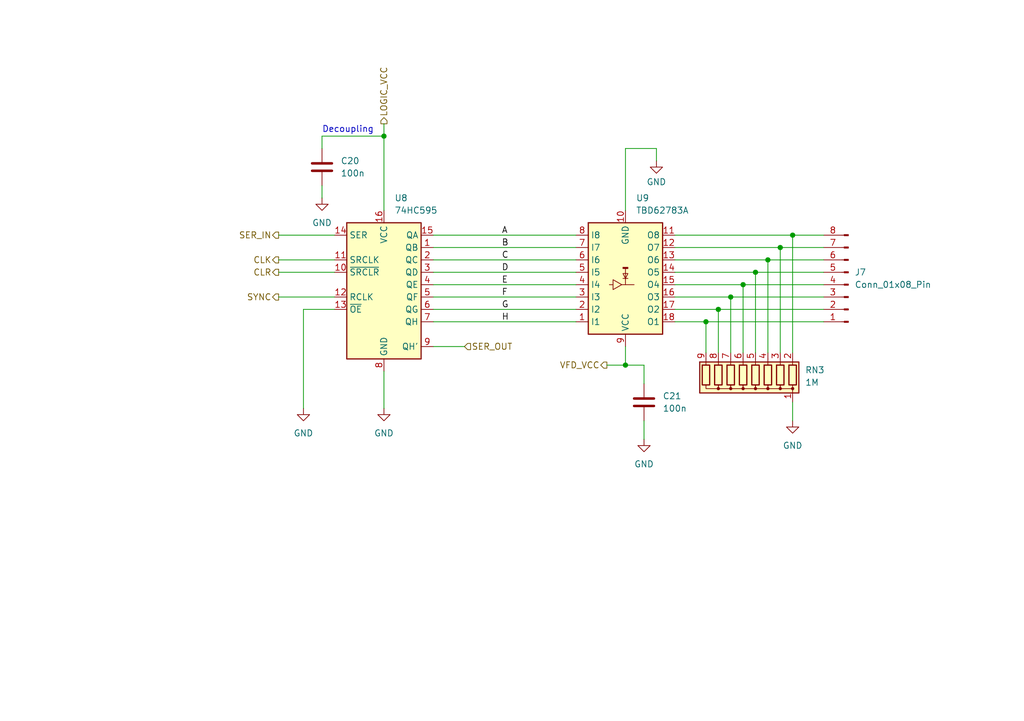
<source format=kicad_sch>
(kicad_sch (version 20250114) (generator "eeschema") (generator_version "9.0")
  (paper "A5")
  (title_block (title "8 Pin Driver") (date "2025-09-17") (rev "2") (company "ENEL200") (comment 1 "LWQ"))
  (lib_symbols
    (symbol "74xx:74HC595"
      (property "Reference" "U" (at -7.62 13.97 0))
      (property "Value" "74HC595" (at -7.62 -16.51 0))
      (symbol "74HC595_1_0"
        (pin input line (at -10.16 10.16 0) (length 2.54) (name "SER") (number "14"))
        (pin input line (at -10.16 5.08 0) (length 2.54) (name "SRCLK") (number "11"))
        (pin input line (at -10.16 2.54 0) (length 2.54) (name "~{SRCLR}") (number "10"))
        (pin input line (at -10.16 -2.54 0) (length 2.54) (name "RCLK") (number "12"))
        (pin input line (at -10.16 -5.08 0) (length 2.54) (name "~{OE}") (number "13"))
        (pin power_in line (at 0 15.24 270) (length 2.54) (name "VCC") (number "16"))
        (pin power_in line (at 0 -17.78 90) (length 2.54) (name "GND") (number "8"))
        (pin tri_state line (at 10.16 10.16 180) (length 2.54) (name "QA") (number "15"))
        (pin tri_state line (at 10.16 7.62 180) (length 2.54) (name "QB") (number "1"))
        (pin tri_state line (at 10.16 5.08 180) (length 2.54) (name "QC") (number "2"))
        (pin tri_state line (at 10.16 2.54 180) (length 2.54) (name "QD") (number "3"))
        (pin tri_state line (at 10.16 0 180) (length 2.54) (name "QE") (number "4"))
        (pin tri_state line (at 10.16 -2.54 180) (length 2.54) (name "QF") (number "5"))
        (pin tri_state line (at 10.16 -5.08 180) (length 2.54) (name "QG") (number "6"))
        (pin tri_state line (at 10.16 -7.62 180) (length 2.54) (name "QH") (number "7"))
        (pin output line (at 10.16 -12.7 180) (length 2.54) (name "QH'") (number "9"))
      )
      (symbol "74HC595_1_1"
        (rectangle (start -7.62 12.7) (end 7.62 -15.24) (stroke (width 0.254)) (fill (type background)))
      )
    )
    (symbol "Connector:Conn_01x08_Pin" (pin_names (offset 1.016) (hide yes))
      (property "Reference" "J" (at 0 10.16 0))
      (property "Value" "Conn_01x08_Pin" (at 0 -12.7 0))
      (symbol "Conn_01x08_Pin_1_1"
        (rectangle (start 0.8636 7.747) (end 0 7.493) (stroke (width 0.1524)) (fill (type outline)))
        (rectangle (start 0.8636 5.207) (end 0 4.953) (stroke (width 0.1524)) (fill (type outline)))
        (rectangle (start 0.8636 2.667) (end 0 2.413) (stroke (width 0.1524)) (fill (type outline)))
        (rectangle (start 0.8636 0.127) (end 0 -0.127) (stroke (width 0.1524)) (fill (type outline)))
        (rectangle (start 0.8636 -2.413) (end 0 -2.667) (stroke (width 0.1524)) (fill (type outline)))
        (rectangle (start 0.8636 -4.953) (end 0 -5.207) (stroke (width 0.1524)) (fill (type outline)))
        (rectangle (start 0.8636 -7.493) (end 0 -7.747) (stroke (width 0.1524)) (fill (type outline)))
        (rectangle (start 0.8636 -10.033) (end 0 -10.287) (stroke (width 0.1524)) (fill (type outline)))
        (polyline (pts (xy 1.27 7.62) (xy 0.8636 7.62)) (stroke (width 0.1524)))
        (polyline (pts (xy 1.27 5.08) (xy 0.8636 5.08)) (stroke (width 0.1524)))
        (polyline (pts (xy 1.27 2.54) (xy 0.8636 2.54)) (stroke (width 0.1524)))
        (polyline (pts (xy 1.27 0) (xy 0.8636 0)) (stroke (width 0.1524)))
        (polyline (pts (xy 1.27 -2.54) (xy 0.8636 -2.54)) (stroke (width 0.1524)))
        (polyline (pts (xy 1.27 -5.08) (xy 0.8636 -5.08)) (stroke (width 0.1524)))
        (polyline (pts (xy 1.27 -7.62) (xy 0.8636 -7.62)) (stroke (width 0.1524)))
        (polyline (pts (xy 1.27 -10.16) (xy 0.8636 -10.16)) (stroke (width 0.1524)))
        (pin passive line (at 5.08 7.62 180) (length 3.81) (name "Pin_1") (number "1"))
        (pin passive line (at 5.08 5.08 180) (length 3.81) (name "Pin_2") (number "2"))
        (pin passive line (at 5.08 2.54 180) (length 3.81) (name "Pin_3") (number "3"))
        (pin passive line (at 5.08 0 180) (length 3.81) (name "Pin_4") (number "4"))
        (pin passive line (at 5.08 -2.54 180) (length 3.81) (name "Pin_5") (number "5"))
        (pin passive line (at 5.08 -5.08 180) (length 3.81) (name "Pin_6") (number "6"))
        (pin passive line (at 5.08 -7.62 180) (length 3.81) (name "Pin_7") (number "7"))
        (pin passive line (at 5.08 -10.16 180) (length 3.81) (name "Pin_8") (number "8"))
      )
    )
    (symbol "Device:C" (pin_numbers (hide yes)) (pin_names (offset 0.254))
      (property "Reference" "C" (at 0.635 2.54 0))
      (property "Value" "C" (at 0.635 -2.54 0))
      (symbol "C_0_1"
        (polyline (pts (xy -2.032 0.762) (xy 2.032 0.762)) (stroke (width 0.508)))
        (polyline (pts (xy -2.032 -0.762) (xy 2.032 -0.762)) (stroke (width 0.508)))
      )
      (symbol "C_1_1"
        (pin passive line (at 0 3.81 270) (length 2.794) (name "~") (number "1"))
        (pin passive line (at 0 -3.81 90) (length 2.794) (name "~") (number "2"))
      )
    )
    (symbol "Device:R_Network08" (pin_names (offset 0) (hide yes))
      (property "Reference" "RN" (at -12.7 0 90))
      (property "Value" "R_Network08" (at 10.16 0 90))
      (symbol "R_Network08_0_1"
        (rectangle (start -11.43 -3.175) (end 8.89 3.175) (stroke (width 0.254)) (fill (type background)))
        (rectangle (start -10.922 1.524) (end -9.398 -2.54) (stroke (width 0.254)))
        (circle (center -10.16 2.286) (radius 0.254) (fill (type outline)))
        (polyline (pts (xy -10.16 1.524) (xy -10.16 2.286) (xy -7.62 2.286) (xy -7.62 1.524)))
        (polyline (pts (xy -10.16 -2.54) (xy -10.16 -3.81)))
        (rectangle (start -8.382 1.524) (end -6.858 -2.54) (stroke (width 0.254)))
        (circle (center -7.62 2.286) (radius 0.254) (fill (type outline)))
        (polyline (pts (xy -7.62 1.524) (xy -7.62 2.286) (xy -5.08 2.286) (xy -5.08 1.524)))
        (polyline (pts (xy -7.62 -2.54) (xy -7.62 -3.81)))
        (rectangle (start -5.842 1.524) (end -4.318 -2.54) (stroke (width 0.254)))
        (circle (center -5.08 2.286) (radius 0.254) (fill (type outline)))
        (polyline (pts (xy -5.08 1.524) (xy -5.08 2.286) (xy -2.54 2.286) (xy -2.54 1.524)))
        (polyline (pts (xy -5.08 -2.54) (xy -5.08 -3.81)))
        (rectangle (start -3.302 1.524) (end -1.778 -2.54) (stroke (width 0.254)))
        (circle (center -2.54 2.286) (radius 0.254) (fill (type outline)))
        (polyline (pts (xy -2.54 1.524) (xy -2.54 2.286) (xy 0 2.286) (xy 0 1.524)))
        (polyline (pts (xy -2.54 -2.54) (xy -2.54 -3.81)))
        (rectangle (start -0.762 1.524) (end 0.762 -2.54) (stroke (width 0.254)))
        (circle (center 0 2.286) (radius 0.254) (fill (type outline)))
        (polyline (pts (xy 0 1.524) (xy 0 2.286) (xy 2.54 2.286) (xy 2.54 1.524)))
        (polyline (pts (xy 0 -2.54) (xy 0 -3.81)))
        (rectangle (start 1.778 1.524) (end 3.302 -2.54) (stroke (width 0.254)))
        (circle (center 2.54 2.286) (radius 0.254) (fill (type outline)))
        (polyline (pts (xy 2.54 1.524) (xy 2.54 2.286) (xy 5.08 2.286) (xy 5.08 1.524)))
        (polyline (pts (xy 2.54 -2.54) (xy 2.54 -3.81)))
        (rectangle (start 4.318 1.524) (end 5.842 -2.54) (stroke (width 0.254)))
        (circle (center 5.08 2.286) (radius 0.254) (fill (type outline)))
        (polyline (pts (xy 5.08 1.524) (xy 5.08 2.286) (xy 7.62 2.286) (xy 7.62 1.524)))
        (polyline (pts (xy 5.08 -2.54) (xy 5.08 -3.81)))
        (rectangle (start 6.858 1.524) (end 8.382 -2.54) (stroke (width 0.254)))
        (polyline (pts (xy 7.62 -2.54) (xy 7.62 -3.81)))
      )
      (symbol "R_Network08_1_1"
        (pin passive line (at -10.16 5.08 270) (length 2.54) (name "common") (number "1"))
        (pin passive line (at -10.16 -5.08 90) (length 1.27) (name "R1") (number "2"))
        (pin passive line (at -7.62 -5.08 90) (length 1.27) (name "R2") (number "3"))
        (pin passive line (at -5.08 -5.08 90) (length 1.27) (name "R3") (number "4"))
        (pin passive line (at -2.54 -5.08 90) (length 1.27) (name "R4") (number "5"))
        (pin passive line (at 0 -5.08 90) (length 1.27) (name "R5") (number "6"))
        (pin passive line (at 2.54 -5.08 90) (length 1.27) (name "R6") (number "7"))
        (pin passive line (at 5.08 -5.08 90) (length 1.27) (name "R7") (number "8"))
        (pin passive line (at 7.62 -5.08 90) (length 1.27) (name "R8") (number "9"))
      )
    )
    (symbol "Transistor_Array:TBD62783A"
      (property "Reference" "U" (at -7.62 11.43 0))
      (property "Value" "TBD62783A" (at 1.27 11.43 0))
      (symbol "TBD62783A_0_1"
        (rectangle (start -7.62 10.16) (end 7.62 -12.7) (stroke (width 0.254)) (fill (type background)))
        (polyline (pts (xy -3.302 0) (xy -2.54 0) (xy -2.54 1.016) (xy -0.762 0) (xy -2.54 -1.016) (xy -2.54 0)))
        (polyline (pts (xy -1.778 2.794) (xy -1.778 2.794)) (stroke (width 0.254)))
        (polyline (pts (xy -1.778 2.032) (xy -1.778 2.032)) (stroke (width 0.254)))
        (polyline (pts (xy -1.778 1.27) (xy -1.778 1.27)) (stroke (width 0.254)))
        (polyline (pts (xy -1.778 -1.27) (xy -1.778 -1.27)) (stroke (width 0.254)))
        (polyline (pts (xy -1.778 -2.032) (xy -1.778 -2.032)) (stroke (width 0.254)))
        (polyline (pts (xy -1.778 -2.794) (xy -1.778 -2.794)) (stroke (width 0.254)))
        (polyline (pts (xy -0.762 0) (xy 1.778 0)))
        (polyline (pts (xy -0.508 -1.27) (xy 0.508 -1.27)))
        (rectangle (start -0.508 -3.302) (end 0.508 -3.556) (fill (type outline)))
        (polyline (pts (xy 0 0) (xy 0 0)) (stroke (width 0.508)))
        (polyline (pts (xy 0 0) (xy 0 -3.302)))
        (polyline (pts (xy 0 -1.27) (xy -0.508 -2.286) (xy 0.508 -2.286) (xy 0 -1.27)))
      )
      (symbol "TBD62783A_1_1"
        (pin input line (at -10.16 7.62 0) (length 2.54) (name "I1") (number "1"))
        (pin input line (at -10.16 5.08 0) (length 2.54) (name "I2") (number "2"))
        (pin input line (at -10.16 2.54 0) (length 2.54) (name "I3") (number "3"))
        (pin input line (at -10.16 0 0) (length 2.54) (name "I4") (number "4"))
        (pin input line (at -10.16 -2.54 0) (length 2.54) (name "I5") (number "5"))
        (pin input line (at -10.16 -5.08 0) (length 2.54) (name "I6") (number "6"))
        (pin input line (at -10.16 -7.62 0) (length 2.54) (name "I7") (number "7"))
        (pin input line (at -10.16 -10.16 0) (length 2.54) (name "I8") (number "8"))
        (pin power_in line (at 0 12.7 270) (length 2.54) (name "VCC") (number "9"))
        (pin power_in line (at 0 -15.24 90) (length 2.54) (name "GND") (number "10"))
        (pin open_emitter line (at 10.16 7.62 180) (length 2.54) (name "O1") (number "18"))
        (pin open_emitter line (at 10.16 5.08 180) (length 2.54) (name "O2") (number "17"))
        (pin open_emitter line (at 10.16 2.54 180) (length 2.54) (name "O3") (number "16"))
        (pin open_emitter line (at 10.16 0 180) (length 2.54) (name "O4") (number "15"))
        (pin open_emitter line (at 10.16 -2.54 180) (length 2.54) (name "O5") (number "14"))
        (pin open_emitter line (at 10.16 -5.08 180) (length 2.54) (name "O6") (number "13"))
        (pin open_emitter line (at 10.16 -7.62 180) (length 2.54) (name "O7") (number "12"))
        (pin open_emitter line (at 10.16 -10.16 180) (length 2.54) (name "O8") (number "11"))
      )
    )
    (symbol "power:GND" (power) (pin_numbers (hide yes)) (pin_names (offset 0) (hide yes))
      (property "Value" "GND" (at 0 -3.81 0))
      (symbol "GND_0_1"
        (polyline (pts (xy 0 0) (xy 0 -1.27) (xy 1.27 -1.27) (xy 0 -2.54) (xy -1.27 -1.27) (xy 0 -1.27)))
      )
      (symbol "GND_1_1"
        (pin power_in line (at 0 0 270) (length 0) (name "~") (number "1"))
      )
    )
  )
  (text "Decoupling" (at 71.374 26.67 0) (effects (font (size 1.27 1.27))))
  (junction (at 152.4 58.42))
  (junction (at 128.27 74.93))
  (junction (at 147.32 63.5))
  (junction (at 149.86 60.96))
  (junction (at 154.94 55.88))
  (junction (at 157.48 53.34))
  (junction (at 144.78 66.04))
  (junction (at 78.74 27.94))
  (junction (at 162.56 48.26))
  (junction (at 160.02 50.8))
  (wire (pts (xy 149.86 60.96) (xy 168.91 60.96)))
  (wire (pts (xy 88.9 66.04) (xy 118.11 66.04)))
  (wire (pts (xy 88.9 55.88) (xy 118.11 55.88)))
  (wire (pts (xy 138.43 60.96) (xy 149.86 60.96)))
  (wire (pts (xy 147.32 63.5) (xy 168.91 63.5)))
  (wire (pts (xy 88.9 71.12) (xy 95.25 71.12)))
  (wire (pts (xy 124.46 74.93) (xy 128.27 74.93)))
  (wire (pts (xy 62.23 63.5) (xy 68.58 63.5)))
  (wire (pts (xy 162.56 82.55) (xy 162.56 86.36)))
  (wire (pts (xy 88.9 58.42) (xy 118.11 58.42)))
  (wire (pts (xy 132.08 74.93) (xy 128.27 74.93)))
  (wire (pts (xy 138.43 58.42) (xy 152.4 58.42)))
  (wire (pts (xy 62.23 63.5) (xy 62.23 83.82)))
  (wire (pts (xy 66.04 38.1) (xy 66.04 40.64)))
  (wire (pts (xy 57.15 60.96) (xy 68.58 60.96)))
  (wire (pts (xy 162.56 48.26) (xy 162.56 72.39)))
  (wire (pts (xy 160.02 50.8) (xy 160.02 72.39)))
  (wire (pts (xy 138.43 48.26) (xy 162.56 48.26)))
  (wire (pts (xy 57.15 55.88) (xy 68.58 55.88)))
  (wire (pts (xy 138.43 66.04) (xy 144.78 66.04)))
  (wire (pts (xy 157.48 53.34) (xy 157.48 72.39)))
  (wire (pts (xy 88.9 50.8) (xy 118.11 50.8)))
  (wire (pts (xy 57.15 48.26) (xy 68.58 48.26)))
  (wire (pts (xy 128.27 30.48) (xy 134.62 30.48)))
  (wire (pts (xy 138.43 55.88) (xy 154.94 55.88)))
  (wire (pts (xy 128.27 43.18) (xy 128.27 30.48)))
  (wire (pts (xy 162.56 48.26) (xy 168.91 48.26)))
  (wire (pts (xy 78.74 25.4) (xy 78.74 27.94)))
  (wire (pts (xy 138.43 50.8) (xy 160.02 50.8)))
  (wire (pts (xy 57.15 53.34) (xy 68.58 53.34)))
  (wire (pts (xy 149.86 60.96) (xy 149.86 72.39)))
  (wire (pts (xy 134.62 30.48) (xy 134.62 33.02)))
  (wire (pts (xy 152.4 58.42) (xy 168.91 58.42)))
  (wire (pts (xy 78.74 27.94) (xy 78.74 43.18)))
  (wire (pts (xy 160.02 50.8) (xy 168.91 50.8)))
  (wire (pts (xy 88.9 53.34) (xy 118.11 53.34)))
  (wire (pts (xy 88.9 63.5) (xy 118.11 63.5)))
  (wire (pts (xy 128.27 74.93) (xy 128.27 71.12)))
  (wire (pts (xy 144.78 66.04) (xy 168.91 66.04)))
  (wire (pts (xy 138.43 63.5) (xy 147.32 63.5)))
  (wire (pts (xy 157.48 53.34) (xy 168.91 53.34)))
  (wire (pts (xy 132.08 86.36) (xy 132.08 90.17)))
  (wire (pts (xy 147.32 63.5) (xy 147.32 72.39)))
  (wire (pts (xy 66.04 27.94) (xy 66.04 30.48)))
  (wire (pts (xy 88.9 48.26) (xy 118.11 48.26)))
  (wire (pts (xy 132.08 78.74) (xy 132.08 74.93)))
  (wire (pts (xy 154.94 55.88) (xy 168.91 55.88)))
  (wire (pts (xy 144.78 66.04) (xy 144.78 72.39)))
  (wire (pts (xy 138.43 53.34) (xy 157.48 53.34)))
  (wire (pts (xy 88.9 60.96) (xy 118.11 60.96)))
  (wire (pts (xy 152.4 58.42) (xy 152.4 72.39)))
  (wire (pts (xy 78.74 76.2) (xy 78.74 83.82)))
  (wire (pts (xy 78.74 27.94) (xy 66.04 27.94)))
  (wire (pts (xy 154.94 55.88) (xy 154.94 72.39)))
  (label "H" (at 102.87 66.04 0))
  (label "E" (at 102.87 58.42 0))
  (label "C" (at 102.87 53.34 0))
  (label "B" (at 102.87 50.8 0))
  (label "A" (at 102.87 48.26 0))
  (label "G" (at 102.87 63.5 0))
  (label "F" (at 102.87 60.96 0))
  (label "D" (at 102.87 55.88 0))
  (hierarchical_label "VFD_VCC" (shape output) (at 124.46 74.93 180))
  (hierarchical_label "CLR" (shape output) (at 57.15 55.88 180))
  (hierarchical_label "SER_IN" (shape output) (at 57.15 48.26 180))
  (hierarchical_label "LOGIC_VCC" (shape output) (at 78.74 25.4 90))
  (hierarchical_label "SYNC" (shape output) (at 57.15 60.96 180))
  (hierarchical_label "SER_OUT" (shape input) (at 95.25 71.12 0))
  (hierarchical_label "CLK" (shape output) (at 57.15 53.34 180))
  (symbol (lib_id "74xx:74HC595") (at 78.74 58.42 0) (unit 1)
    (property "Reference" "U4" (at 80.8833 40.64 0) (effects (justify left)))
    (property "Value" "74HC595" (at 80.8833 43.18 0) (effects (justify left)))
    (property "Footprint" "Package_DIP:DIP-16_W7.62mm" (effects (hide yes)))
    (property "Datasheet" "http://www.ti.com/lit/ds/symlink/sn74hc595.pdf" (effects (hide yes)))
    (property "Description" "8-bit serial in/out Shift Register 3-State Outputs" (effects (hide yes)))
    (property "Digikey Part No" "UC" (effects (hide yes)))
    (property "Manufacturer Part No" "74HC595" (effects (hide yes)))
    (property "Unit Price ($)" "1.20" (effects (hide yes)))
    (property "Cascade Component" "1" (effects (hide yes)))
    (property "Master Component" "0" (effects (hide yes)))
    (instances (project "vfd" (path "" (reference "U8") (unit 1)) (path "" (reference "U10") (unit 1)) (path "" (reference "U4") (unit 1)) (path "" (reference "U6") (unit 1))))
  )
  (symbol (lib_id "Device:R_Network08") (at 152.4 77.47 180) (unit 1)
    (property "Reference" "RN1" (at 165.1 75.9459 0) (effects (justify right)))
    (property "Value" "1M" (at 165.1 78.4859 0) (effects (justify right)))
    (property "Footprint" "Resistor_THT:R_Array_SIP9" (effects (hide yes)))
    (property "Datasheet" "http://www.vishay.com/docs/31509/csc.pdf" (effects (hide yes)))
    (property "Description" "8 resistor network, star topology, bussed resistors, small symbol" (effects (hide yes)))
    (property "Cascade Component" "1" (effects (hide yes)))
    (property "Digikey Part No" "4609X-101-474LF-ND" (effects (hide yes)))
    (property "Manufacturer Part No" "4609X-101-474LF" (effects (hide yes)))
    (property "Master Component" "0" (effects (hide yes)))
    (property "Unit Price ($)" "0.9085" (effects (hide yes)))
    (instances (project "" (path "" (reference "RN3") (unit 1)) (path "" (reference "RN4") (unit 1)) (path "" (reference "RN1") (unit 1)) (path "" (reference "RN2") (unit 1))))
  )
  (symbol (lib_id "power:GND") (at 162.56 86.36 0) (unit 1)
    (property "Reference" "#PWR069" (effects (hide yes)))
    (property "Value" "GND" (at 162.56 91.44 0))
    (property "Description" "Power symbol creates a global label with name \"GND\" , ground" (effects (hide yes)))
    (instances (project "driverboard" (path "" (reference "#PWR081") (unit 1)) (path "" (reference "#PWR087") (unit 1)) (path "" (reference "#PWR069") (unit 1)) (path "" (reference "#PWR075") (unit 1))))
  )
  (symbol (lib_id "power:GND") (at 78.74 83.82 0) (unit 1)
    (property "Reference" "#PWR068" (effects (hide yes)))
    (property "Value" "GND" (at 78.74 88.9 0))
    (property "Description" "Power symbol creates a global label with name \"GND\" , ground" (effects (hide yes)))
    (instances (project "vfd" (path "" (reference "#PWR080") (unit 1)) (path "" (reference "#PWR086") (unit 1)) (path "" (reference "#PWR068") (unit 1)) (path "" (reference "#PWR074") (unit 1))))
  )
  (symbol (lib_id "Transistor_Array:TBD62783A") (at 128.27 58.42 0) (mirror x) (unit 1)
    (property "Reference" "U5" (at 130.4133 40.64 0) (effects (justify left)))
    (property "Value" "TBD62783A" (at 130.4133 43.18 0) (effects (justify left)))
    (property "Footprint" "Package_SO:SOP-18_7x12.5mm_P1.27mm" (effects (hide yes)))
    (property "Datasheet" "http://toshiba.semicon-storage.com/info/docget.jsp?did=30523&prodName=TBD62783APG" (effects (hide yes)))
    (property "Description" "8-Channel Source Type Transistor Array, TTL and CMOS compatible, 500mA, 50V, DIP-18/SOP-18/SSOP-18/SOIC-18W" (effects (hide yes)))
    (property "Digikey Part No" "TBD62783AFGELCT-ND" (effects (hide yes)))
    (property "Manufacturer Part No" "TBD62783AFG,EL" (effects (hide yes)))
    (property "Unit Price ($)" "4.87600" (effects (hide yes)))
    (property "Cascade Component" "1" (effects (hide yes)))
    (property "Master Component" "0" (effects (hide yes)))
    (instances (project "vfd" (path "" (reference "U9") (unit 1)) (path "" (reference "U11") (unit 1)) (path "" (reference "U5") (unit 1)) (path "" (reference "U7") (unit 1))))
  )
  (symbol (lib_id "Device:C") (at 66.04 34.29 0) (unit 1)
    (property "Reference" "C16" (at 69.85 33.0199 0) (effects (justify left)))
    (property "Value" "100n" (at 69.85 35.5599 0) (effects (justify left)))
    (property "Footprint" "Capacitor_THT:C_Disc_D5.1mm_W3.2mm_P5.00mm" (effects (hide yes)))
    (property "Description" "Unpolarized capacitor" (effects (hide yes)))
    (property "Digikey Part No" "UC" (effects (hide yes)))
    (property "Unit Price ($)" "0.20" (effects (hide yes)))
    (property "Cascade Component" "1" (effects (hide yes)))
    (property "Master Component" "0" (effects (hide yes)))
    (instances (project "vvfd" (path "" (reference "C20") (unit 1)) (path "" (reference "C22") (unit 1)) (path "" (reference "C16") (unit 1)) (path "" (reference "C18") (unit 1))))
  )
  (symbol (lib_id "power:GND") (at 134.62 33.02 0) (unit 1)
    (property "Reference" "#PWR065" (effects (hide yes)))
    (property "Value" "GND" (at 134.62 37.338 0))
    (property "Description" "Power symbol creates a global label with name \"GND\" , ground" (effects (hide yes)))
    (instances (project "driverboard" (path "" (reference "#PWR077") (unit 1)) (path "" (reference "#PWR083") (unit 1)) (path "" (reference "#PWR065") (unit 1)) (path "" (reference "#PWR071") (unit 1))))
  )
  (symbol (lib_id "power:GND") (at 62.23 83.82 0) (unit 1)
    (property "Reference" "#PWR067" (effects (hide yes)))
    (property "Value" "GND" (at 62.23 88.9 0))
    (property "Description" "Power symbol creates a global label with name \"GND\" , ground" (effects (hide yes)))
    (instances (project "vfd" (path "" (reference "#PWR079") (unit 1)) (path "" (reference "#PWR085") (unit 1)) (path "" (reference "#PWR067") (unit 1)) (path "" (reference "#PWR073") (unit 1))))
  )
  (symbol (lib_id "Device:C") (at 132.08 82.55 0) (unit 1)
    (property "Reference" "C17" (at 135.89 81.2799 0) (effects (justify left)))
    (property "Value" "100n" (at 135.89 83.8199 0) (effects (justify left)))
    (property "Footprint" "Capacitor_THT:C_Disc_D5.1mm_W3.2mm_P5.00mm" (effects (hide yes)))
    (property "Description" "Unpolarized capacitor" (effects (hide yes)))
    (property "Digikey Part No" "UC" (effects (hide yes)))
    (property "Unit Price ($)" "0.20" (effects (hide yes)))
    (property "Cascade Component" "1" (effects (hide yes)))
    (property "Master Component" "0" (effects (hide yes)))
    (instances (project "vvfd" (path "" (reference "C21") (unit 1)) (path "" (reference "C23") (unit 1)) (path "" (reference "C17") (unit 1)) (path "" (reference "C19") (unit 1))))
  )
  (symbol (lib_id "power:GND") (at 66.04 40.64 0) (unit 1)
    (property "Reference" "#PWR066" (effects (hide yes)))
    (property "Value" "GND" (at 66.04 45.72 0))
    (property "Description" "Power symbol creates a global label with name \"GND\" , ground" (effects (hide yes)))
    (instances (project "vvfd" (path "" (reference "#PWR078") (unit 1)) (path "" (reference "#PWR084") (unit 1)) (path "" (reference "#PWR066") (unit 1)) (path "" (reference "#PWR072") (unit 1))))
  )
  (symbol (lib_id "power:GND") (at 132.08 90.17 0) (unit 1)
    (property "Reference" "#PWR070" (effects (hide yes)))
    (property "Value" "GND" (at 132.08 95.25 0))
    (property "Description" "Power symbol creates a global label with name \"GND\" , ground" (effects (hide yes)))
    (instances (project "driverboard" (path "" (reference "#PWR082") (unit 1)) (path "" (reference "#PWR088") (unit 1)) (path "" (reference "#PWR070") (unit 1)) (path "" (reference "#PWR076") (unit 1))))
  )
  (symbol (lib_id "Connector:Conn_01x08_Pin") (at 173.99 58.42 180) (unit 1)
    (property "Reference" "J5" (at 175.26 55.8799 0) (effects (justify right)))
    (property "Value" "Conn_01x08_Pin" (at 175.26 58.4199 0) (effects (justify right)))
    (property "Footprint" "Connector_PinHeader_2.54mm:PinHeader_1x08_P2.54mm_Vertical" (effects (hide yes)))
    (property "Description" "Generic connector, single row, 01x08, script generated" (effects (hide yes)))
    (property "Digikey Part No" "UC" (effects (hide yes)))
    (property "Unit Price ($)" "0.15" (effects (hide yes)))
    (property "Cascade Component" "1" (effects (hide yes)))
    (property "Master Component" "0" (effects (hide yes)))
    (instances (project "vfd" (path "" (reference "J7") (unit 1)) (path "" (reference "J8") (unit 1)) (path "" (reference "J5") (unit 1)) (path "" (reference "J6") (unit 1))))
  )
)
</source>
